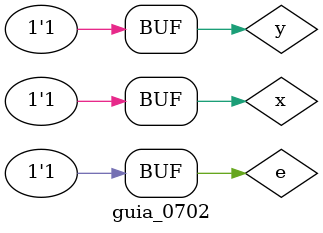
<source format=v>
module mux(output w, input x, input y, input e);
	wire ne, orxy, norxy, amux1, amux2;
	
	not   NOT1 (ne, e);

	or    OR1  (orxy, x, y);
	nor   NOR1 (norxy, x, y);
	
	and   AND1 (amux1, orxy, ne);
	and   AND2 (amux2, norxy, e);

	or    OR2  (w, amux1, amux2);
endmodule // mux

module guia_0702;
	reg x, y, e;
	wire w;

	mux MUX1 (w, x, y, e);

	initial begin : start
		x = 1'b0; y = 1'b0; e = 1'b0;
	end // start

	initial begin : main
		$display("x y e w");
		#1 $monitor("%b %b %b %b", x, y, e, w);
		#1 x = 1'b0; y = 1'b0; e = 1'b1;
		#1 x = 1'b0; y = 1'b1; e = 1'b0;
		#1 x = 1'b0; y = 1'b1; e = 1'b1;
		#1 x = 1'b1; y = 1'b0; e = 1'b0;
		#1 x = 1'b1; y = 1'b0; e = 1'b1;
		#1 x = 1'b1; y = 1'b1; e = 1'b0;
		#1 x = 1'b1; y = 1'b1; e = 1'b1;
	end // main
endmodule

</source>
